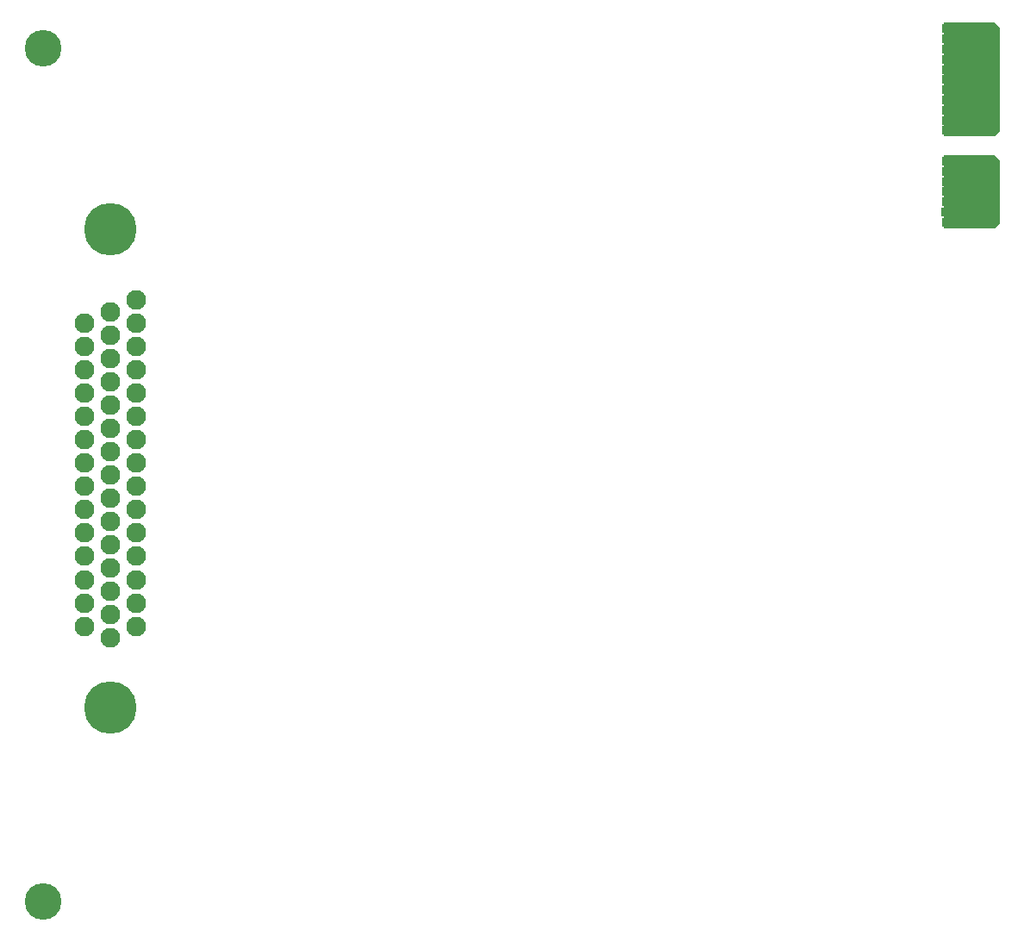
<source format=gbs>
G04 ================== begin FILE IDENTIFICATION RECORD ==================*
G04 Layout Name:  DIG_OUT_CARD.brd*
G04 Film Name:    SM_BOT*
G04 File Format:  Gerber RS274X*
G04 File Origin:  Cadence Allegro 17.2-S057*
G04 Origin Date:  Wed Aug 07 01:21:42 2019*
G04 *
G04 Layer:  VIA CLASS/SOLDERMASK_BOTTOM*
G04 Layer:  PIN/SOLDERMASK_BOTTOM*
G04 Layer:  PACKAGE GEOMETRY/SOLDERMASK_BOTTOM*
G04 Layer:  BOARD GEOMETRY/SOLDERMASK_BOTTOM*
G04 *
G04 Offset:    (0.00 0.00)*
G04 Mirror:    No*
G04 Mode:      Positive*
G04 Rotation:  0*
G04 FullContactRelief:  No*
G04 UndefLineWidth:     0.00*
G04 ================== end FILE IDENTIFICATION RECORD ====================*
%FSLAX55Y55*MOIN*%
%IR0*IPPOS*OFA0.00000B0.00000*MIA0B0*SFA1.00000B1.00000*%
%ADD14R,.13201X.03358*%
%ADD13R,.17138X.03358*%
%ADD12C,.07689*%
%ADD10C,.14173*%
%ADD11C,.20287*%
G75*
%LPD*%
G75*
G36*
G01X338346Y-42087D02*
X358031D01*
X360000Y-40118D01*
Y-15709D01*
X358031Y-13740D01*
X338346D01*
Y-42087D01*
G37*
G36*
G01Y-6260D02*
X358031D01*
X360000Y-4291D01*
Y35866D01*
X358031Y37835D01*
X338346D01*
Y-6260D01*
G37*
G54D10*
X-10000Y-302165D03*
Y27835D03*
G54D11*
X16072Y-227217D03*
Y-42177D03*
G54D12*
X6072Y-186784D03*
Y-195799D03*
Y-159736D03*
Y-168752D03*
Y-177768D03*
Y-132689D03*
Y-141705D03*
Y-150721D03*
Y-96626D03*
Y-105642D03*
Y-114658D03*
Y-123673D03*
Y-78595D03*
Y-87610D03*
X16072Y-191311D03*
Y-200327D03*
X26072Y-186784D03*
Y-195799D03*
X16072Y-164264D03*
Y-173280D03*
Y-182295D03*
X26072Y-159736D03*
Y-168752D03*
Y-177768D03*
X16072Y-128201D03*
Y-137217D03*
Y-146232D03*
Y-155248D03*
X26072Y-132689D03*
Y-141705D03*
Y-150721D03*
X16072Y-101154D03*
Y-110169D03*
Y-119185D03*
X26072Y-96626D03*
Y-105642D03*
Y-114658D03*
Y-123673D03*
X16072Y-74106D03*
Y-83122D03*
Y-92138D03*
X26072Y-69579D03*
Y-78595D03*
Y-87610D03*
G54D13*
X346220Y-39528D03*
Y-31654D03*
Y-27717D03*
Y-23780D03*
Y-19843D03*
Y-15906D03*
Y-4094D03*
Y-157D03*
Y3780D03*
Y7717D03*
Y11654D03*
Y15591D03*
Y19528D03*
Y23465D03*
Y27402D03*
Y31339D03*
Y35276D03*
G54D14*
X344252Y-35591D03*
M02*

</source>
